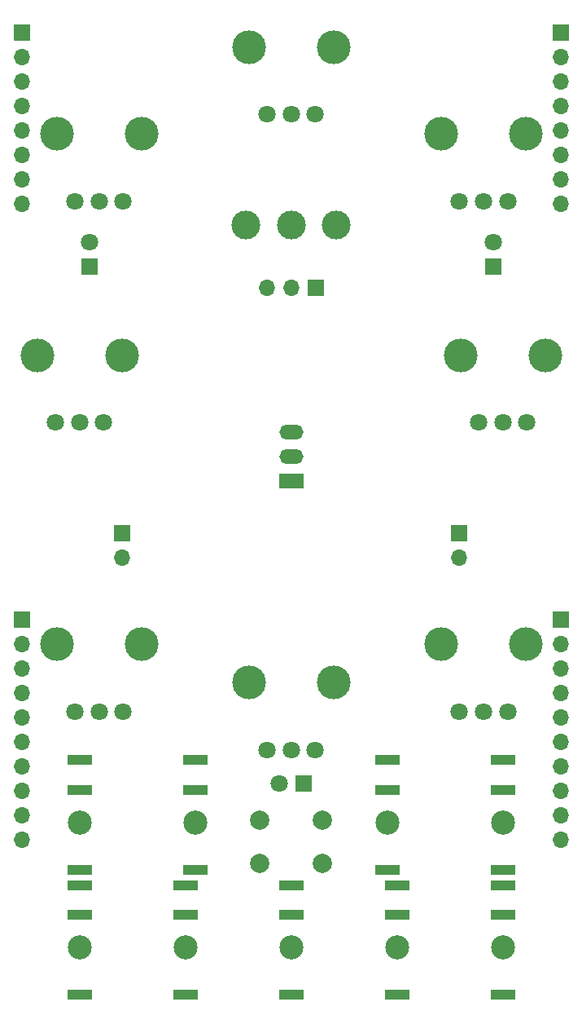
<source format=gbr>
%TF.GenerationSoftware,KiCad,Pcbnew,8.0.7*%
%TF.CreationDate,2025-01-17T12:44:41+00:00*%
%TF.ProjectId,Spectralist_Controls,53706563-7472-4616-9c69-73745f436f6e,rev?*%
%TF.SameCoordinates,Original*%
%TF.FileFunction,Soldermask,Bot*%
%TF.FilePolarity,Negative*%
%FSLAX46Y46*%
G04 Gerber Fmt 4.6, Leading zero omitted, Abs format (unit mm)*
G04 Created by KiCad (PCBNEW 8.0.7) date 2025-01-17 12:44:41*
%MOMM*%
%LPD*%
G01*
G04 APERTURE LIST*
%ADD10C,3.500000*%
%ADD11C,1.800000*%
%ADD12R,2.500000X1.500000*%
%ADD13O,2.500000X1.500000*%
%ADD14R,1.800000X1.800000*%
%ADD15C,2.500000*%
%ADD16R,2.500000X1.000000*%
%ADD17R,1.700000X1.700000*%
%ADD18O,1.700000X1.700000*%
%ADD19C,3.000000*%
%ADD20C,2.000000*%
G04 APERTURE END LIST*
D10*
%TO.C,Filter_A_Cutoff1*%
X105600000Y-68500000D03*
X114400000Y-68500000D03*
D11*
X112500000Y-75500000D03*
X110000000Y-75500000D03*
X107500000Y-75500000D03*
%TD*%
D10*
%TO.C,Filter_Slope_Pot1*%
X125600000Y-59500000D03*
X134400000Y-59500000D03*
D11*
X132500000Y-66500000D03*
X130000000Y-66500000D03*
X127500000Y-66500000D03*
%TD*%
D12*
%TO.C,SW1*%
X130000000Y-104540000D03*
D13*
X130000000Y-102000000D03*
X130000000Y-99460000D03*
%TD*%
D14*
%TO.C,D1*%
X109000000Y-82270000D03*
D11*
X109000000Y-79730000D03*
%TD*%
D15*
%TO.C,J13*%
X141000000Y-153000000D03*
D16*
X141000000Y-146520000D03*
X141000000Y-149620000D03*
X141000000Y-157920000D03*
%TD*%
D10*
%TO.C,Stretch_Trim1*%
X125600000Y-125500000D03*
X134400000Y-125500000D03*
D11*
X132500000Y-132500000D03*
X130000000Y-132500000D03*
X127500000Y-132500000D03*
%TD*%
D15*
%TO.C,J10*%
X108000000Y-153000000D03*
D16*
X108000000Y-146520000D03*
X108000000Y-149620000D03*
X108000000Y-157920000D03*
%TD*%
D15*
%TO.C,J9*%
X140000000Y-140000000D03*
D16*
X140000000Y-133520000D03*
X140000000Y-136620000D03*
X140000000Y-144920000D03*
%TD*%
D10*
%TO.C,Filter_A_Trim1*%
X103600000Y-91500000D03*
X112400000Y-91500000D03*
D11*
X110500000Y-98500000D03*
X108000000Y-98500000D03*
X105500000Y-98500000D03*
%TD*%
D14*
%TO.C,D3*%
X131270000Y-136000000D03*
D11*
X128730000Y-136000000D03*
%TD*%
D15*
%TO.C,J6*%
X120000000Y-140000000D03*
D16*
X120000000Y-133520000D03*
X120000000Y-136620000D03*
X120000000Y-144920000D03*
%TD*%
D10*
%TO.C,Filter_B_Cutoff1*%
X145600000Y-68500000D03*
X154400000Y-68500000D03*
D11*
X152500000Y-75500000D03*
X150000000Y-75500000D03*
X147500000Y-75500000D03*
%TD*%
D17*
%TO.C,J16*%
X147500000Y-110000000D03*
D18*
X147500000Y-112540000D03*
%TD*%
D10*
%TO.C,Filter_B_Trim1*%
X147600000Y-91500000D03*
X156400000Y-91500000D03*
D11*
X154500000Y-98500000D03*
X152000000Y-98500000D03*
X149500000Y-98500000D03*
%TD*%
D10*
%TO.C,Harmonic_Warp_Pot1*%
X105600000Y-121500000D03*
X114400000Y-121500000D03*
D11*
X112500000Y-128500000D03*
X110000000Y-128500000D03*
X107500000Y-128500000D03*
%TD*%
D15*
%TO.C,J5*%
X108000000Y-140000000D03*
D16*
X108000000Y-133520000D03*
X108000000Y-136620000D03*
X108000000Y-144920000D03*
%TD*%
D19*
%TO.C,SW2*%
X125300000Y-78000000D03*
X130000000Y-78000000D03*
X134700000Y-78000000D03*
%TD*%
D15*
%TO.C,J7*%
X152000000Y-140000000D03*
D16*
X152000000Y-133520000D03*
X152000000Y-136620000D03*
X152000000Y-144920000D03*
%TD*%
D17*
%TO.C,J15*%
X112400000Y-110000000D03*
D18*
X112400000Y-112540000D03*
%TD*%
D15*
%TO.C,J8*%
X130000000Y-153000000D03*
D16*
X130000000Y-146520000D03*
X130000000Y-149620000D03*
X130000000Y-157920000D03*
%TD*%
D20*
%TO.C,SW3*%
X133250000Y-144250000D03*
X126750000Y-144250000D03*
X133250000Y-139750000D03*
X126750000Y-139750000D03*
%TD*%
D10*
%TO.C,Harmonic_Stretch_Pot1*%
X145600000Y-121500000D03*
X154400000Y-121500000D03*
D11*
X152500000Y-128500000D03*
X150000000Y-128500000D03*
X147500000Y-128500000D03*
%TD*%
D17*
%TO.C,J14*%
X132525000Y-84500000D03*
D18*
X129985000Y-84500000D03*
X127445000Y-84500000D03*
%TD*%
D14*
%TO.C,D2*%
X151000000Y-82270000D03*
D11*
X151000000Y-79730000D03*
%TD*%
D15*
%TO.C,J11*%
X152000000Y-153000000D03*
D16*
X152000000Y-146520000D03*
X152000000Y-149620000D03*
X152000000Y-157920000D03*
%TD*%
D15*
%TO.C,J12*%
X119000000Y-153000000D03*
D16*
X119000000Y-146520000D03*
X119000000Y-149620000D03*
X119000000Y-157920000D03*
%TD*%
D17*
%TO.C,J3*%
X102000000Y-119000000D03*
D18*
X102000000Y-121540000D03*
X102000000Y-124080000D03*
X102000000Y-126620000D03*
X102000000Y-129160000D03*
X102000000Y-131700000D03*
X102000000Y-134240000D03*
X102000000Y-136780000D03*
X102000000Y-139320000D03*
X102000000Y-141860000D03*
%TD*%
D17*
%TO.C,J1*%
X102000000Y-58000000D03*
D18*
X102000000Y-60540000D03*
X102000000Y-63080000D03*
X102000000Y-65620000D03*
X102000000Y-68160000D03*
X102000000Y-70700000D03*
X102000000Y-73240000D03*
X102000000Y-75780000D03*
%TD*%
D17*
%TO.C,J4*%
X158000000Y-119000000D03*
D18*
X158000000Y-121540000D03*
X158000000Y-124080000D03*
X158000000Y-126620000D03*
X158000000Y-129160000D03*
X158000000Y-131700000D03*
X158000000Y-134240000D03*
X158000000Y-136780000D03*
X158000000Y-139320000D03*
X158000000Y-141860000D03*
%TD*%
D17*
%TO.C,J2*%
X158000000Y-58000000D03*
D18*
X158000000Y-60540000D03*
X158000000Y-63080000D03*
X158000000Y-65620000D03*
X158000000Y-68160000D03*
X158000000Y-70700000D03*
X158000000Y-73240000D03*
X158000000Y-75780000D03*
%TD*%
M02*

</source>
